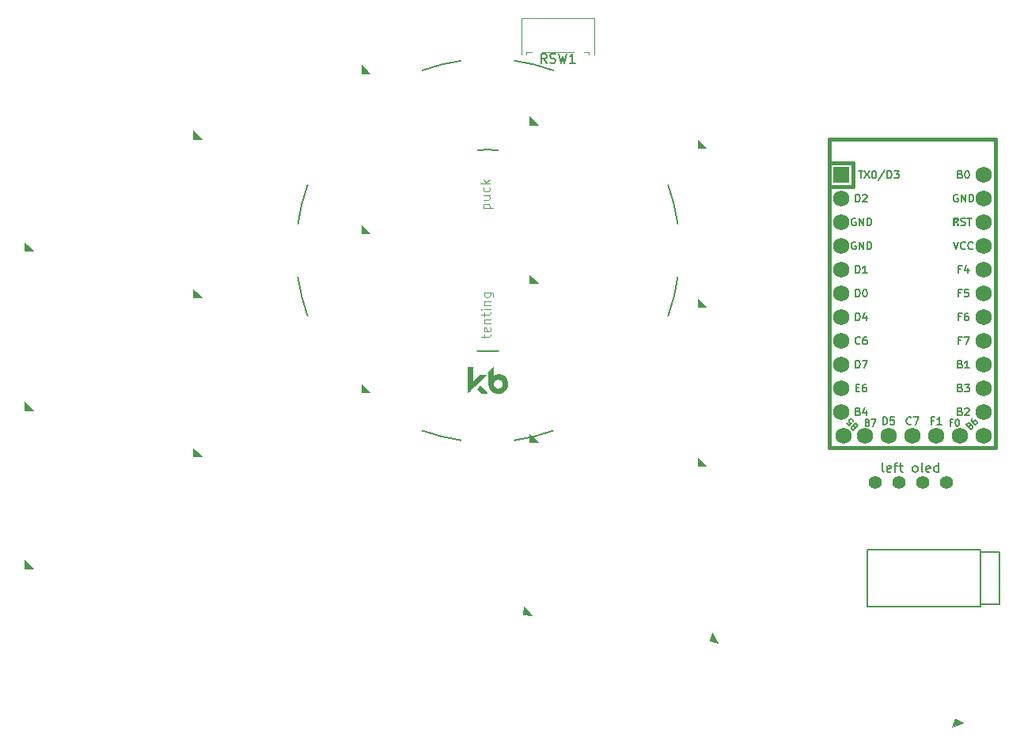
<source format=gbr>
%TF.GenerationSoftware,KiCad,Pcbnew,(6.0.0)*%
%TF.CreationDate,2022-06-16T08:24:19-07:00*%
%TF.ProjectId,half-swept,68616c66-2d73-4776-9570-742e6b696361,rev?*%
%TF.SameCoordinates,Original*%
%TF.FileFunction,Legend,Top*%
%TF.FilePolarity,Positive*%
%FSLAX46Y46*%
G04 Gerber Fmt 4.6, Leading zero omitted, Abs format (unit mm)*
G04 Created by KiCad (PCBNEW (6.0.0)) date 2022-06-16 08:24:19*
%MOMM*%
%LPD*%
G01*
G04 APERTURE LIST*
%ADD10C,0.150000*%
%ADD11C,0.100000*%
%ADD12C,0.120000*%
%ADD13C,0.010000*%
%ADD14C,0.200000*%
%ADD15C,0.381000*%
%ADD16C,1.752600*%
%ADD17R,1.752600X1.752600*%
%ADD18C,1.397000*%
G04 APERTURE END LIST*
D10*
%TO.C,RSW1*%
X73974447Y-17808063D02*
X73641113Y-17331873D01*
X73403018Y-17808063D02*
X73403018Y-16808063D01*
X73783971Y-16808063D01*
X73879209Y-16855683D01*
X73926828Y-16903302D01*
X73974447Y-16998540D01*
X73974447Y-17141397D01*
X73926828Y-17236635D01*
X73879209Y-17284254D01*
X73783971Y-17331873D01*
X73403018Y-17331873D01*
X74355399Y-17760444D02*
X74498256Y-17808063D01*
X74736352Y-17808063D01*
X74831590Y-17760444D01*
X74879209Y-17712825D01*
X74926828Y-17617587D01*
X74926828Y-17522349D01*
X74879209Y-17427111D01*
X74831590Y-17379492D01*
X74736352Y-17331873D01*
X74545875Y-17284254D01*
X74450637Y-17236635D01*
X74403018Y-17189016D01*
X74355399Y-17093778D01*
X74355399Y-16998540D01*
X74403018Y-16903302D01*
X74450637Y-16855683D01*
X74545875Y-16808063D01*
X74783971Y-16808063D01*
X74926828Y-16855683D01*
X75260161Y-16808063D02*
X75498256Y-17808063D01*
X75688733Y-17093778D01*
X75879209Y-17808063D01*
X76117304Y-16808063D01*
X77022066Y-17808063D02*
X76450637Y-17808063D01*
X76736352Y-17808063D02*
X76736352Y-16808063D01*
X76641113Y-16950921D01*
X76545875Y-17046159D01*
X76450637Y-17093778D01*
D11*
%TO.C,REF\u002A\u002A*%
X67228699Y-33345339D02*
X68228699Y-33345339D01*
X67276318Y-33345339D02*
X67228699Y-33250100D01*
X67228699Y-33059624D01*
X67276318Y-32964386D01*
X67323937Y-32916767D01*
X67419175Y-32869148D01*
X67704889Y-32869148D01*
X67800127Y-32916767D01*
X67847746Y-32964386D01*
X67895365Y-33059624D01*
X67895365Y-33250100D01*
X67847746Y-33345339D01*
X67228699Y-32012005D02*
X67895365Y-32012005D01*
X67228699Y-32440577D02*
X67752508Y-32440577D01*
X67847746Y-32392958D01*
X67895365Y-32297719D01*
X67895365Y-32154862D01*
X67847746Y-32059624D01*
X67800127Y-32012005D01*
X67847746Y-31107243D02*
X67895365Y-31202481D01*
X67895365Y-31392958D01*
X67847746Y-31488196D01*
X67800127Y-31535815D01*
X67704889Y-31583434D01*
X67419175Y-31583434D01*
X67323937Y-31535815D01*
X67276318Y-31488196D01*
X67228699Y-31392958D01*
X67228699Y-31202481D01*
X67276318Y-31107243D01*
X67895365Y-30678672D02*
X66895365Y-30678672D01*
X67514413Y-30583434D02*
X67895365Y-30297719D01*
X67228699Y-30297719D02*
X67609651Y-30678672D01*
X67292199Y-47235839D02*
X67292199Y-46854886D01*
X66958865Y-47092981D02*
X67816008Y-47092981D01*
X67911246Y-47045362D01*
X67958865Y-46950124D01*
X67958865Y-46854886D01*
X67911246Y-46140600D02*
X67958865Y-46235839D01*
X67958865Y-46426315D01*
X67911246Y-46521553D01*
X67816008Y-46569172D01*
X67435056Y-46569172D01*
X67339818Y-46521553D01*
X67292199Y-46426315D01*
X67292199Y-46235839D01*
X67339818Y-46140600D01*
X67435056Y-46092981D01*
X67530294Y-46092981D01*
X67625532Y-46569172D01*
X67292199Y-45664410D02*
X67958865Y-45664410D01*
X67387437Y-45664410D02*
X67339818Y-45616791D01*
X67292199Y-45521553D01*
X67292199Y-45378696D01*
X67339818Y-45283458D01*
X67435056Y-45235839D01*
X67958865Y-45235839D01*
X67292199Y-44902505D02*
X67292199Y-44521553D01*
X66958865Y-44759648D02*
X67816008Y-44759648D01*
X67911246Y-44712029D01*
X67958865Y-44616791D01*
X67958865Y-44521553D01*
X67958865Y-44188219D02*
X67292199Y-44188219D01*
X66958865Y-44188219D02*
X67006485Y-44235839D01*
X67054104Y-44188219D01*
X67006485Y-44140600D01*
X66958865Y-44188219D01*
X67054104Y-44188219D01*
X67292199Y-43712029D02*
X67958865Y-43712029D01*
X67387437Y-43712029D02*
X67339818Y-43664410D01*
X67292199Y-43569172D01*
X67292199Y-43426315D01*
X67339818Y-43331077D01*
X67435056Y-43283458D01*
X67958865Y-43283458D01*
X67292199Y-42378696D02*
X68101723Y-42378696D01*
X68196961Y-42426315D01*
X68244580Y-42473934D01*
X68292199Y-42569172D01*
X68292199Y-42712029D01*
X68244580Y-42807267D01*
X67911246Y-42378696D02*
X67958865Y-42473934D01*
X67958865Y-42664410D01*
X67911246Y-42759648D01*
X67863627Y-42807267D01*
X67768389Y-42854886D01*
X67482675Y-42854886D01*
X67387437Y-42807267D01*
X67339818Y-42759648D01*
X67292199Y-42664410D01*
X67292199Y-42473934D01*
X67339818Y-42378696D01*
D10*
%TO.C,U2*%
X117965209Y-31919933D02*
X117889018Y-31881837D01*
X117774733Y-31881837D01*
X117660447Y-31919933D01*
X117584256Y-31996123D01*
X117546161Y-32072313D01*
X117508066Y-32224694D01*
X117508066Y-32338980D01*
X117546161Y-32491361D01*
X117584256Y-32567552D01*
X117660447Y-32643742D01*
X117774733Y-32681837D01*
X117850923Y-32681837D01*
X117965209Y-32643742D01*
X118003304Y-32605647D01*
X118003304Y-32338980D01*
X117850923Y-32338980D01*
X118346161Y-32681837D02*
X118346161Y-31881837D01*
X118803304Y-32681837D01*
X118803304Y-31881837D01*
X119184256Y-32681837D02*
X119184256Y-31881837D01*
X119374733Y-31881837D01*
X119489018Y-31919933D01*
X119565209Y-31996123D01*
X119603304Y-32072313D01*
X119641399Y-32224694D01*
X119641399Y-32338980D01*
X119603304Y-32491361D01*
X119565209Y-32567552D01*
X119489018Y-32643742D01*
X119374733Y-32681837D01*
X119184256Y-32681837D01*
X118308066Y-44962790D02*
X118041399Y-44962790D01*
X118041399Y-45381837D02*
X118041399Y-44581837D01*
X118422352Y-44581837D01*
X119069971Y-44581837D02*
X118917590Y-44581837D01*
X118841399Y-44619933D01*
X118803304Y-44658028D01*
X118727113Y-44772313D01*
X118689018Y-44924694D01*
X118689018Y-45229456D01*
X118727113Y-45305647D01*
X118765209Y-45343742D01*
X118841399Y-45381837D01*
X118993780Y-45381837D01*
X119069971Y-45343742D01*
X119108066Y-45305647D01*
X119146161Y-45229456D01*
X119146161Y-45038980D01*
X119108066Y-44962790D01*
X119069971Y-44924694D01*
X118993780Y-44886599D01*
X118841399Y-44886599D01*
X118765209Y-44924694D01*
X118727113Y-44962790D01*
X118689018Y-45038980D01*
X118250923Y-50042790D02*
X118365209Y-50080885D01*
X118403304Y-50118980D01*
X118441399Y-50195171D01*
X118441399Y-50309456D01*
X118403304Y-50385647D01*
X118365209Y-50423742D01*
X118289018Y-50461837D01*
X117984256Y-50461837D01*
X117984256Y-49661837D01*
X118250923Y-49661837D01*
X118327113Y-49699933D01*
X118365209Y-49738028D01*
X118403304Y-49814218D01*
X118403304Y-49890409D01*
X118365209Y-49966599D01*
X118327113Y-50004694D01*
X118250923Y-50042790D01*
X117984256Y-50042790D01*
X119203304Y-50461837D02*
X118746161Y-50461837D01*
X118974733Y-50461837D02*
X118974733Y-49661837D01*
X118898542Y-49776123D01*
X118822352Y-49852313D01*
X118746161Y-49890409D01*
X117508066Y-36961837D02*
X117774733Y-37761837D01*
X118041399Y-36961837D01*
X118765209Y-37685647D02*
X118727113Y-37723742D01*
X118612828Y-37761837D01*
X118536637Y-37761837D01*
X118422352Y-37723742D01*
X118346161Y-37647552D01*
X118308066Y-37571361D01*
X118269971Y-37418980D01*
X118269971Y-37304694D01*
X118308066Y-37152313D01*
X118346161Y-37076123D01*
X118422352Y-36999933D01*
X118536637Y-36961837D01*
X118612828Y-36961837D01*
X118727113Y-36999933D01*
X118765209Y-37038028D01*
X119565209Y-37685647D02*
X119527113Y-37723742D01*
X119412828Y-37761837D01*
X119336637Y-37761837D01*
X119222352Y-37723742D01*
X119146161Y-37647552D01*
X119108066Y-37571361D01*
X119069971Y-37418980D01*
X119069971Y-37304694D01*
X119108066Y-37152313D01*
X119146161Y-37076123D01*
X119222352Y-36999933D01*
X119336637Y-36961837D01*
X119412828Y-36961837D01*
X119527113Y-36999933D01*
X119565209Y-37038028D01*
X107328923Y-55122790D02*
X107443209Y-55160885D01*
X107481304Y-55198980D01*
X107519399Y-55275171D01*
X107519399Y-55389456D01*
X107481304Y-55465647D01*
X107443209Y-55503742D01*
X107367018Y-55541837D01*
X107062256Y-55541837D01*
X107062256Y-54741837D01*
X107328923Y-54741837D01*
X107405113Y-54779933D01*
X107443209Y-54818028D01*
X107481304Y-54894218D01*
X107481304Y-54970409D01*
X107443209Y-55046599D01*
X107405113Y-55084694D01*
X107328923Y-55122790D01*
X107062256Y-55122790D01*
X108205113Y-55008504D02*
X108205113Y-55541837D01*
X108014637Y-54703742D02*
X107824161Y-55275171D01*
X108319399Y-55275171D01*
X118308066Y-47502790D02*
X118041399Y-47502790D01*
X118041399Y-47921837D02*
X118041399Y-47121837D01*
X118422352Y-47121837D01*
X118650923Y-47121837D02*
X119184256Y-47121837D01*
X118841399Y-47921837D01*
X118250923Y-29722790D02*
X118365209Y-29760885D01*
X118403304Y-29798980D01*
X118441399Y-29875171D01*
X118441399Y-29989456D01*
X118403304Y-30065647D01*
X118365209Y-30103742D01*
X118289018Y-30141837D01*
X117984256Y-30141837D01*
X117984256Y-29341837D01*
X118250923Y-29341837D01*
X118327113Y-29379933D01*
X118365209Y-29418028D01*
X118403304Y-29494218D01*
X118403304Y-29570409D01*
X118365209Y-29646599D01*
X118327113Y-29684694D01*
X118250923Y-29722790D01*
X117984256Y-29722790D01*
X118936637Y-29341837D02*
X119012828Y-29341837D01*
X119089018Y-29379933D01*
X119127113Y-29418028D01*
X119165209Y-29494218D01*
X119203304Y-29646599D01*
X119203304Y-29837075D01*
X119165209Y-29989456D01*
X119127113Y-30065647D01*
X119089018Y-30103742D01*
X119012828Y-30141837D01*
X118936637Y-30141837D01*
X118860447Y-30103742D01*
X118822352Y-30065647D01*
X118784256Y-29989456D01*
X118746161Y-29837075D01*
X118746161Y-29646599D01*
X118784256Y-29494218D01*
X118822352Y-29418028D01*
X118860447Y-29379933D01*
X118936637Y-29341837D01*
X107062256Y-32681837D02*
X107062256Y-31881837D01*
X107252733Y-31881837D01*
X107367018Y-31919933D01*
X107443209Y-31996123D01*
X107481304Y-32072313D01*
X107519399Y-32224694D01*
X107519399Y-32338980D01*
X107481304Y-32491361D01*
X107443209Y-32567552D01*
X107367018Y-32643742D01*
X107252733Y-32681837D01*
X107062256Y-32681837D01*
X107824161Y-31958028D02*
X107862256Y-31919933D01*
X107938447Y-31881837D01*
X108128923Y-31881837D01*
X108205113Y-31919933D01*
X108243209Y-31958028D01*
X108281304Y-32034218D01*
X108281304Y-32110409D01*
X108243209Y-32224694D01*
X107786066Y-32681837D01*
X108281304Y-32681837D01*
X107062256Y-40301837D02*
X107062256Y-39501837D01*
X107252733Y-39501837D01*
X107367018Y-39539933D01*
X107443209Y-39616123D01*
X107481304Y-39692313D01*
X107519399Y-39844694D01*
X107519399Y-39958980D01*
X107481304Y-40111361D01*
X107443209Y-40187552D01*
X107367018Y-40263742D01*
X107252733Y-40301837D01*
X107062256Y-40301837D01*
X108281304Y-40301837D02*
X107824161Y-40301837D01*
X108052733Y-40301837D02*
X108052733Y-39501837D01*
X107976542Y-39616123D01*
X107900352Y-39692313D01*
X107824161Y-39730409D01*
X107351384Y-29341837D02*
X107808527Y-29341837D01*
X107579956Y-30141837D02*
X107579956Y-29341837D01*
X107999003Y-29341837D02*
X108532337Y-30141837D01*
X108532337Y-29341837D02*
X107999003Y-30141837D01*
X108989480Y-29341837D02*
X109065670Y-29341837D01*
X109141861Y-29379933D01*
X109179956Y-29418028D01*
X109218051Y-29494218D01*
X109256146Y-29646599D01*
X109256146Y-29837075D01*
X109218051Y-29989456D01*
X109179956Y-30065647D01*
X109141861Y-30103742D01*
X109065670Y-30141837D01*
X108989480Y-30141837D01*
X108913289Y-30103742D01*
X108875194Y-30065647D01*
X108837099Y-29989456D01*
X108799003Y-29837075D01*
X108799003Y-29646599D01*
X108837099Y-29494218D01*
X108875194Y-29418028D01*
X108913289Y-29379933D01*
X108989480Y-29341837D01*
X110170432Y-29303742D02*
X109484718Y-30332313D01*
X110437099Y-30141837D02*
X110437099Y-29341837D01*
X110627575Y-29341837D01*
X110741861Y-29379933D01*
X110818051Y-29456123D01*
X110856146Y-29532313D01*
X110894241Y-29684694D01*
X110894241Y-29798980D01*
X110856146Y-29951361D01*
X110818051Y-30027552D01*
X110741861Y-30103742D01*
X110627575Y-30141837D01*
X110437099Y-30141837D01*
X111160908Y-29341837D02*
X111656146Y-29341837D01*
X111389480Y-29646599D01*
X111503765Y-29646599D01*
X111579956Y-29684694D01*
X111618051Y-29722790D01*
X111656146Y-29798980D01*
X111656146Y-29989456D01*
X111618051Y-30065647D01*
X111579956Y-30103742D01*
X111503765Y-30141837D01*
X111275194Y-30141837D01*
X111199003Y-30103742D01*
X111160908Y-30065647D01*
X118308066Y-42422790D02*
X118041399Y-42422790D01*
X118041399Y-42841837D02*
X118041399Y-42041837D01*
X118422352Y-42041837D01*
X119108066Y-42041837D02*
X118727113Y-42041837D01*
X118689018Y-42422790D01*
X118727113Y-42384694D01*
X118803304Y-42346599D01*
X118993780Y-42346599D01*
X119069971Y-42384694D01*
X119108066Y-42422790D01*
X119146161Y-42498980D01*
X119146161Y-42689456D01*
X119108066Y-42765647D01*
X119069971Y-42803742D01*
X118993780Y-42841837D01*
X118803304Y-42841837D01*
X118727113Y-42803742D01*
X118689018Y-42765647D01*
X119278030Y-56614924D02*
X119372311Y-56567784D01*
X119419452Y-56567784D01*
X119490162Y-56591354D01*
X119560873Y-56662065D01*
X119584443Y-56732775D01*
X119584443Y-56779916D01*
X119560873Y-56850626D01*
X119372311Y-57039188D01*
X118877336Y-56544213D01*
X119042328Y-56379222D01*
X119113039Y-56355652D01*
X119160179Y-56355652D01*
X119230890Y-56379222D01*
X119278030Y-56426362D01*
X119301600Y-56497073D01*
X119301600Y-56544213D01*
X119278030Y-56614924D01*
X119113039Y-56779916D01*
X119584443Y-55837107D02*
X119490162Y-55931388D01*
X119466592Y-56002098D01*
X119466592Y-56049239D01*
X119490162Y-56167090D01*
X119560873Y-56284941D01*
X119749435Y-56473503D01*
X119820145Y-56497073D01*
X119867286Y-56497073D01*
X119937997Y-56473503D01*
X120032277Y-56379222D01*
X120055848Y-56308511D01*
X120055848Y-56261371D01*
X120032277Y-56190660D01*
X119914426Y-56072809D01*
X119843716Y-56049239D01*
X119796575Y-56049239D01*
X119725865Y-56072809D01*
X119631584Y-56167090D01*
X119608013Y-56237800D01*
X119608013Y-56284941D01*
X119631584Y-56355652D01*
X112980399Y-56435647D02*
X112942304Y-56473742D01*
X112828018Y-56511837D01*
X112751828Y-56511837D01*
X112637542Y-56473742D01*
X112561352Y-56397552D01*
X112523256Y-56321361D01*
X112485161Y-56168980D01*
X112485161Y-56054694D01*
X112523256Y-55902313D01*
X112561352Y-55826123D01*
X112637542Y-55749933D01*
X112751828Y-55711837D01*
X112828018Y-55711837D01*
X112942304Y-55749933D01*
X112980399Y-55788028D01*
X113247066Y-55711837D02*
X113780399Y-55711837D01*
X113437542Y-56511837D01*
X118313519Y-35153742D02*
X118427805Y-35191837D01*
X118618281Y-35191837D01*
X118694472Y-35153742D01*
X118732567Y-35115647D01*
X118770662Y-35039456D01*
X118770662Y-34963266D01*
X118732567Y-34887075D01*
X118694472Y-34848980D01*
X118618281Y-34810885D01*
X118465900Y-34772790D01*
X118389710Y-34734694D01*
X118351614Y-34696599D01*
X118313519Y-34620409D01*
X118313519Y-34544218D01*
X118351614Y-34468028D01*
X118389710Y-34429933D01*
X118465900Y-34391837D01*
X118656376Y-34391837D01*
X118770662Y-34429933D01*
X118999233Y-34391837D02*
X119456376Y-34391837D01*
X119227805Y-35191837D02*
X119227805Y-34391837D01*
X107043209Y-36999933D02*
X106967018Y-36961837D01*
X106852733Y-36961837D01*
X106738447Y-36999933D01*
X106662256Y-37076123D01*
X106624161Y-37152313D01*
X106586066Y-37304694D01*
X106586066Y-37418980D01*
X106624161Y-37571361D01*
X106662256Y-37647552D01*
X106738447Y-37723742D01*
X106852733Y-37761837D01*
X106928923Y-37761837D01*
X107043209Y-37723742D01*
X107081304Y-37685647D01*
X107081304Y-37418980D01*
X106928923Y-37418980D01*
X107424161Y-37761837D02*
X107424161Y-36961837D01*
X107881304Y-37761837D01*
X107881304Y-36961837D01*
X108262256Y-37761837D02*
X108262256Y-36961837D01*
X108452733Y-36961837D01*
X108567018Y-36999933D01*
X108643209Y-37076123D01*
X108681304Y-37152313D01*
X108719399Y-37304694D01*
X108719399Y-37418980D01*
X108681304Y-37571361D01*
X108643209Y-37647552D01*
X108567018Y-37723742D01*
X108452733Y-37761837D01*
X108262256Y-37761837D01*
X106878724Y-56685635D02*
X106831584Y-56591354D01*
X106831584Y-56544213D01*
X106855154Y-56473503D01*
X106925865Y-56402792D01*
X106996575Y-56379222D01*
X107043716Y-56379222D01*
X107114426Y-56402792D01*
X107302988Y-56591354D01*
X106808013Y-57086329D01*
X106643022Y-56921337D01*
X106619452Y-56850626D01*
X106619452Y-56803486D01*
X106643022Y-56732775D01*
X106690162Y-56685635D01*
X106760873Y-56662065D01*
X106808013Y-56662065D01*
X106878724Y-56685635D01*
X107043716Y-56850626D01*
X106077336Y-56355652D02*
X106313039Y-56591354D01*
X106572311Y-56379222D01*
X106525171Y-56379222D01*
X106454460Y-56355652D01*
X106336609Y-56237800D01*
X106313039Y-56167090D01*
X106313039Y-56119949D01*
X106336609Y-56049239D01*
X106454460Y-55931388D01*
X106525171Y-55907817D01*
X106572311Y-55907817D01*
X106643022Y-55931388D01*
X106760873Y-56049239D01*
X106784443Y-56119949D01*
X106784443Y-56167090D01*
X109983256Y-56511837D02*
X109983256Y-55711837D01*
X110173733Y-55711837D01*
X110288018Y-55749933D01*
X110364209Y-55826123D01*
X110402304Y-55902313D01*
X110440399Y-56054694D01*
X110440399Y-56168980D01*
X110402304Y-56321361D01*
X110364209Y-56397552D01*
X110288018Y-56473742D01*
X110173733Y-56511837D01*
X109983256Y-56511837D01*
X111164209Y-55711837D02*
X110783256Y-55711837D01*
X110745161Y-56092790D01*
X110783256Y-56054694D01*
X110859447Y-56016599D01*
X111049923Y-56016599D01*
X111126113Y-56054694D01*
X111164209Y-56092790D01*
X111202304Y-56168980D01*
X111202304Y-56359456D01*
X111164209Y-56435647D01*
X111126113Y-56473742D01*
X111049923Y-56511837D01*
X110859447Y-56511837D01*
X110783256Y-56473742D01*
X110745161Y-56435647D01*
X107062256Y-42841837D02*
X107062256Y-42041837D01*
X107252733Y-42041837D01*
X107367018Y-42079933D01*
X107443209Y-42156123D01*
X107481304Y-42232313D01*
X107519399Y-42384694D01*
X107519399Y-42498980D01*
X107481304Y-42651361D01*
X107443209Y-42727552D01*
X107367018Y-42803742D01*
X107252733Y-42841837D01*
X107062256Y-42841837D01*
X108014637Y-42041837D02*
X108090828Y-42041837D01*
X108167018Y-42079933D01*
X108205113Y-42118028D01*
X108243209Y-42194218D01*
X108281304Y-42346599D01*
X108281304Y-42537075D01*
X108243209Y-42689456D01*
X108205113Y-42765647D01*
X108167018Y-42803742D01*
X108090828Y-42841837D01*
X108014637Y-42841837D01*
X107938447Y-42803742D01*
X107900352Y-42765647D01*
X107862256Y-42689456D01*
X107824161Y-42537075D01*
X107824161Y-42346599D01*
X107862256Y-42194218D01*
X107900352Y-42118028D01*
X107938447Y-42079933D01*
X108014637Y-42041837D01*
X118250923Y-52582790D02*
X118365209Y-52620885D01*
X118403304Y-52658980D01*
X118441399Y-52735171D01*
X118441399Y-52849456D01*
X118403304Y-52925647D01*
X118365209Y-52963742D01*
X118289018Y-53001837D01*
X117984256Y-53001837D01*
X117984256Y-52201837D01*
X118250923Y-52201837D01*
X118327113Y-52239933D01*
X118365209Y-52278028D01*
X118403304Y-52354218D01*
X118403304Y-52430409D01*
X118365209Y-52506599D01*
X118327113Y-52544694D01*
X118250923Y-52582790D01*
X117984256Y-52582790D01*
X118708066Y-52201837D02*
X119203304Y-52201837D01*
X118936637Y-52506599D01*
X119050923Y-52506599D01*
X119127113Y-52544694D01*
X119165209Y-52582790D01*
X119203304Y-52658980D01*
X119203304Y-52849456D01*
X119165209Y-52925647D01*
X119127113Y-52963742D01*
X119050923Y-53001837D01*
X118822352Y-53001837D01*
X118746161Y-52963742D01*
X118708066Y-52925647D01*
X115387066Y-56092790D02*
X115120399Y-56092790D01*
X115120399Y-56511837D02*
X115120399Y-55711837D01*
X115501352Y-55711837D01*
X116225161Y-56511837D02*
X115768018Y-56511837D01*
X115996590Y-56511837D02*
X115996590Y-55711837D01*
X115920399Y-55826123D01*
X115844209Y-55902313D01*
X115768018Y-55940409D01*
X118250923Y-55122790D02*
X118365209Y-55160885D01*
X118403304Y-55198980D01*
X118441399Y-55275171D01*
X118441399Y-55389456D01*
X118403304Y-55465647D01*
X118365209Y-55503742D01*
X118289018Y-55541837D01*
X117984256Y-55541837D01*
X117984256Y-54741837D01*
X118250923Y-54741837D01*
X118327113Y-54779933D01*
X118365209Y-54818028D01*
X118403304Y-54894218D01*
X118403304Y-54970409D01*
X118365209Y-55046599D01*
X118327113Y-55084694D01*
X118250923Y-55122790D01*
X117984256Y-55122790D01*
X118746161Y-54818028D02*
X118784256Y-54779933D01*
X118860447Y-54741837D01*
X119050923Y-54741837D01*
X119127113Y-54779933D01*
X119165209Y-54818028D01*
X119203304Y-54894218D01*
X119203304Y-54970409D01*
X119165209Y-55084694D01*
X118708066Y-55541837D01*
X119203304Y-55541837D01*
X108330399Y-56299933D02*
X108430399Y-56333266D01*
X108463733Y-56366599D01*
X108497066Y-56433266D01*
X108497066Y-56533266D01*
X108463733Y-56599933D01*
X108430399Y-56633266D01*
X108363733Y-56666599D01*
X108097066Y-56666599D01*
X108097066Y-55966599D01*
X108330399Y-55966599D01*
X108397066Y-55999933D01*
X108430399Y-56033266D01*
X108463733Y-56099933D01*
X108463733Y-56166599D01*
X108430399Y-56233266D01*
X108397066Y-56266599D01*
X108330399Y-56299933D01*
X108097066Y-56299933D01*
X108730399Y-55966599D02*
X109197066Y-55966599D01*
X108897066Y-56666599D01*
X107043209Y-34459933D02*
X106967018Y-34421837D01*
X106852733Y-34421837D01*
X106738447Y-34459933D01*
X106662256Y-34536123D01*
X106624161Y-34612313D01*
X106586066Y-34764694D01*
X106586066Y-34878980D01*
X106624161Y-35031361D01*
X106662256Y-35107552D01*
X106738447Y-35183742D01*
X106852733Y-35221837D01*
X106928923Y-35221837D01*
X107043209Y-35183742D01*
X107081304Y-35145647D01*
X107081304Y-34878980D01*
X106928923Y-34878980D01*
X107424161Y-35221837D02*
X107424161Y-34421837D01*
X107881304Y-35221837D01*
X107881304Y-34421837D01*
X108262256Y-35221837D02*
X108262256Y-34421837D01*
X108452733Y-34421837D01*
X108567018Y-34459933D01*
X108643209Y-34536123D01*
X108681304Y-34612313D01*
X108719399Y-34764694D01*
X108719399Y-34878980D01*
X108681304Y-35031361D01*
X108643209Y-35107552D01*
X108567018Y-35183742D01*
X108452733Y-35221837D01*
X108262256Y-35221837D01*
X118308066Y-39882790D02*
X118041399Y-39882790D01*
X118041399Y-40301837D02*
X118041399Y-39501837D01*
X118422352Y-39501837D01*
X119069971Y-39768504D02*
X119069971Y-40301837D01*
X118879494Y-39463742D02*
X118689018Y-40035171D01*
X119184256Y-40035171D01*
X107519399Y-47845647D02*
X107481304Y-47883742D01*
X107367018Y-47921837D01*
X107290828Y-47921837D01*
X107176542Y-47883742D01*
X107100352Y-47807552D01*
X107062256Y-47731361D01*
X107024161Y-47578980D01*
X107024161Y-47464694D01*
X107062256Y-47312313D01*
X107100352Y-47236123D01*
X107176542Y-47159933D01*
X107290828Y-47121837D01*
X107367018Y-47121837D01*
X107481304Y-47159933D01*
X107519399Y-47198028D01*
X108205113Y-47121837D02*
X108052733Y-47121837D01*
X107976542Y-47159933D01*
X107938447Y-47198028D01*
X107862256Y-47312313D01*
X107824161Y-47464694D01*
X107824161Y-47769456D01*
X107862256Y-47845647D01*
X107900352Y-47883742D01*
X107976542Y-47921837D01*
X108128923Y-47921837D01*
X108205113Y-47883742D01*
X108243209Y-47845647D01*
X108281304Y-47769456D01*
X108281304Y-47578980D01*
X108243209Y-47502790D01*
X108205113Y-47464694D01*
X108128923Y-47426599D01*
X107976542Y-47426599D01*
X107900352Y-47464694D01*
X107862256Y-47502790D01*
X107824161Y-47578980D01*
X107062256Y-50461837D02*
X107062256Y-49661837D01*
X107252733Y-49661837D01*
X107367018Y-49699933D01*
X107443209Y-49776123D01*
X107481304Y-49852313D01*
X107519399Y-50004694D01*
X107519399Y-50118980D01*
X107481304Y-50271361D01*
X107443209Y-50347552D01*
X107367018Y-50423742D01*
X107252733Y-50461837D01*
X107062256Y-50461837D01*
X107786066Y-49661837D02*
X108319399Y-49661837D01*
X107976542Y-50461837D01*
X107062256Y-45381837D02*
X107062256Y-44581837D01*
X107252733Y-44581837D01*
X107367018Y-44619933D01*
X107443209Y-44696123D01*
X107481304Y-44772313D01*
X107519399Y-44924694D01*
X107519399Y-45038980D01*
X107481304Y-45191361D01*
X107443209Y-45267552D01*
X107367018Y-45343742D01*
X107252733Y-45381837D01*
X107062256Y-45381837D01*
X108205113Y-44848504D02*
X108205113Y-45381837D01*
X108014637Y-44543742D02*
X107824161Y-45115171D01*
X108319399Y-45115171D01*
X117380399Y-56299933D02*
X117147066Y-56299933D01*
X117147066Y-56666599D02*
X117147066Y-55966599D01*
X117480399Y-55966599D01*
X117880399Y-55966599D02*
X117947066Y-55966599D01*
X118013733Y-55999933D01*
X118047066Y-56033266D01*
X118080399Y-56099933D01*
X118113733Y-56233266D01*
X118113733Y-56399933D01*
X118080399Y-56533266D01*
X118047066Y-56599933D01*
X118013733Y-56633266D01*
X117947066Y-56666599D01*
X117880399Y-56666599D01*
X117813733Y-56633266D01*
X117780399Y-56599933D01*
X117747066Y-56533266D01*
X117713733Y-56399933D01*
X117713733Y-56233266D01*
X117747066Y-56099933D01*
X117780399Y-56033266D01*
X117813733Y-55999933D01*
X117880399Y-55966599D01*
X107100352Y-52582790D02*
X107367018Y-52582790D01*
X107481304Y-53001837D02*
X107100352Y-53001837D01*
X107100352Y-52201837D01*
X107481304Y-52201837D01*
X108167018Y-52201837D02*
X108014637Y-52201837D01*
X107938447Y-52239933D01*
X107900352Y-52278028D01*
X107824161Y-52392313D01*
X107786066Y-52544694D01*
X107786066Y-52849456D01*
X107824161Y-52925647D01*
X107862256Y-52963742D01*
X107938447Y-53001837D01*
X108090828Y-53001837D01*
X108167018Y-52963742D01*
X108205113Y-52925647D01*
X108243209Y-52849456D01*
X108243209Y-52658980D01*
X108205113Y-52582790D01*
X108167018Y-52544694D01*
X108090828Y-52506599D01*
X107938447Y-52506599D01*
X107862256Y-52544694D01*
X107824161Y-52582790D01*
X107786066Y-52658980D01*
%TO.C,OL1*%
X110056589Y-61595563D02*
X109961351Y-61547944D01*
X109913732Y-61452706D01*
X109913732Y-60595563D01*
X110818493Y-61547944D02*
X110723255Y-61595563D01*
X110532779Y-61595563D01*
X110437541Y-61547944D01*
X110389922Y-61452706D01*
X110389922Y-61071754D01*
X110437541Y-60976516D01*
X110532779Y-60928897D01*
X110723255Y-60928897D01*
X110818493Y-60976516D01*
X110866112Y-61071754D01*
X110866112Y-61166992D01*
X110389922Y-61262230D01*
X111151827Y-60928897D02*
X111532779Y-60928897D01*
X111294684Y-61595563D02*
X111294684Y-60738421D01*
X111342303Y-60643183D01*
X111437541Y-60595563D01*
X111532779Y-60595563D01*
X111723255Y-60928897D02*
X112104208Y-60928897D01*
X111866112Y-60595563D02*
X111866112Y-61452706D01*
X111913732Y-61547944D01*
X112008970Y-61595563D01*
X112104208Y-61595563D01*
X113342303Y-61595563D02*
X113247065Y-61547944D01*
X113199446Y-61500325D01*
X113151827Y-61405087D01*
X113151827Y-61119373D01*
X113199446Y-61024135D01*
X113247065Y-60976516D01*
X113342303Y-60928897D01*
X113485160Y-60928897D01*
X113580398Y-60976516D01*
X113628017Y-61024135D01*
X113675636Y-61119373D01*
X113675636Y-61405087D01*
X113628017Y-61500325D01*
X113580398Y-61547944D01*
X113485160Y-61595563D01*
X113342303Y-61595563D01*
X114247065Y-61595563D02*
X114151827Y-61547944D01*
X114104208Y-61452706D01*
X114104208Y-60595563D01*
X115008970Y-61547944D02*
X114913732Y-61595563D01*
X114723255Y-61595563D01*
X114628017Y-61547944D01*
X114580398Y-61452706D01*
X114580398Y-61071754D01*
X114628017Y-60976516D01*
X114723255Y-60928897D01*
X114913732Y-60928897D01*
X115008970Y-60976516D01*
X115056589Y-61071754D01*
X115056589Y-61166992D01*
X114580398Y-61262230D01*
X115913732Y-61595563D02*
X115913732Y-60595563D01*
X115913732Y-61547944D02*
X115818493Y-61595563D01*
X115628017Y-61595563D01*
X115532779Y-61547944D01*
X115485160Y-61500325D01*
X115437541Y-61405087D01*
X115437541Y-61119373D01*
X115485160Y-61024135D01*
X115532779Y-60976516D01*
X115628017Y-60928897D01*
X115818493Y-60928897D01*
X115913732Y-60976516D01*
%TO.C,J2*%
X120431735Y-69933182D02*
X108331735Y-69933182D01*
X122431735Y-75783182D02*
X122431735Y-70183182D01*
X120431735Y-70183182D02*
X122431735Y-70183182D01*
X108331735Y-76033182D02*
X108331735Y-69933182D01*
X120431735Y-76033182D02*
X120431735Y-69933182D01*
X120431735Y-75783182D02*
X122431735Y-75783182D01*
X120431735Y-76033182D02*
X108331735Y-76033182D01*
D12*
%TO.C,RSW1*%
X71848733Y-16645683D02*
X72388733Y-16645683D01*
X71848733Y-16645683D02*
X71848733Y-16875683D01*
X78528733Y-16645683D02*
X78528733Y-16875683D01*
X73488733Y-16645683D02*
X76888733Y-16645683D01*
X77988733Y-16645683D02*
X78528733Y-16645683D01*
X71328733Y-12975683D02*
X71328733Y-16875683D01*
X71328733Y-12975683D02*
X79048733Y-12975683D01*
X79048733Y-12975683D02*
X79048733Y-16875683D01*
D13*
%TO.C,REF\u002A\u002A*%
X66070230Y-51959706D02*
X66873176Y-51157006D01*
X66873176Y-51157006D02*
X67161544Y-51160100D01*
X67161544Y-51160100D02*
X67449912Y-51163193D01*
X67449912Y-51163193D02*
X66602688Y-52023330D01*
X66602688Y-52023330D02*
X66484763Y-52143053D01*
X66484763Y-52143053D02*
X66369964Y-52259602D01*
X66369964Y-52259602D02*
X66259510Y-52371742D01*
X66259510Y-52371742D02*
X66154618Y-52478235D01*
X66154618Y-52478235D02*
X66056506Y-52577846D01*
X66056506Y-52577846D02*
X65966391Y-52669339D01*
X65966391Y-52669339D02*
X65885492Y-52751476D01*
X65885492Y-52751476D02*
X65815025Y-52823021D01*
X65815025Y-52823021D02*
X65756209Y-52882739D01*
X65756209Y-52882739D02*
X65710262Y-52929393D01*
X65710262Y-52929393D02*
X65678401Y-52961746D01*
X65678401Y-52961746D02*
X65664620Y-52975742D01*
X65664620Y-52975742D02*
X65573776Y-53068018D01*
X65573776Y-53068018D02*
X65573776Y-50326148D01*
X65573776Y-50326148D02*
X66070230Y-50326148D01*
X66070230Y-50326148D02*
X66070230Y-51959706D01*
X66070230Y-51959706D02*
X66070230Y-51959706D01*
G36*
X66070230Y-51959706D02*
G01*
X66873176Y-51157006D01*
X67161544Y-51160100D01*
X67449912Y-51163193D01*
X66602688Y-52023330D01*
X66484763Y-52143053D01*
X66369964Y-52259602D01*
X66259510Y-52371742D01*
X66154618Y-52478235D01*
X66056506Y-52577846D01*
X65966391Y-52669339D01*
X65885492Y-52751476D01*
X65815025Y-52823021D01*
X65756209Y-52882739D01*
X65710262Y-52929393D01*
X65678401Y-52961746D01*
X65664620Y-52975742D01*
X65573776Y-53068018D01*
X65573776Y-50326148D01*
X66070230Y-50326148D01*
X66070230Y-51959706D01*
G37*
X66070230Y-51959706D02*
X66873176Y-51157006D01*
X67161544Y-51160100D01*
X67449912Y-51163193D01*
X66602688Y-52023330D01*
X66484763Y-52143053D01*
X66369964Y-52259602D01*
X66259510Y-52371742D01*
X66154618Y-52478235D01*
X66056506Y-52577846D01*
X65966391Y-52669339D01*
X65885492Y-52751476D01*
X65815025Y-52823021D01*
X65756209Y-52882739D01*
X65710262Y-52929393D01*
X65678401Y-52961746D01*
X65664620Y-52975742D01*
X65573776Y-53068018D01*
X65573776Y-50326148D01*
X66070230Y-50326148D01*
X66070230Y-51959706D01*
X68275264Y-50825489D02*
X68275456Y-50929729D01*
X68275456Y-50929729D02*
X68275945Y-51026474D01*
X68275945Y-51026474D02*
X68276695Y-51113360D01*
X68276695Y-51113360D02*
X68277671Y-51188022D01*
X68277671Y-51188022D02*
X68278840Y-51248097D01*
X68278840Y-51248097D02*
X68280167Y-51291220D01*
X68280167Y-51291220D02*
X68281616Y-51315027D01*
X68281616Y-51315027D02*
X68282524Y-51319057D01*
X68282524Y-51319057D02*
X68294955Y-51312743D01*
X68294955Y-51312743D02*
X68319801Y-51296400D01*
X68319801Y-51296400D02*
X68343935Y-51279198D01*
X68343935Y-51279198D02*
X68458632Y-51208476D01*
X68458632Y-51208476D02*
X68580848Y-51159372D01*
X68580848Y-51159372D02*
X68711231Y-51131696D01*
X68711231Y-51131696D02*
X68850432Y-51125258D01*
X68850432Y-51125258D02*
X68868244Y-51125926D01*
X68868244Y-51125926D02*
X68957879Y-51132478D01*
X68957879Y-51132478D02*
X69034362Y-51144415D01*
X69034362Y-51144415D02*
X69106014Y-51163907D01*
X69106014Y-51163907D02*
X69181152Y-51193124D01*
X69181152Y-51193124D02*
X69251003Y-51225763D01*
X69251003Y-51225763D02*
X69378936Y-51301056D01*
X69378936Y-51301056D02*
X69491856Y-51393036D01*
X69491856Y-51393036D02*
X69588750Y-51500025D01*
X69588750Y-51500025D02*
X69668608Y-51620350D01*
X69668608Y-51620350D02*
X69730418Y-51752335D01*
X69730418Y-51752335D02*
X69773170Y-51894304D01*
X69773170Y-51894304D02*
X69795851Y-52044583D01*
X69795851Y-52044583D02*
X69799412Y-52134253D01*
X69799412Y-52134253D02*
X69789121Y-52286731D01*
X69789121Y-52286731D02*
X69757765Y-52431295D01*
X69757765Y-52431295D02*
X69704620Y-52570531D01*
X69704620Y-52570531D02*
X69647365Y-52677450D01*
X69647365Y-52677450D02*
X69561653Y-52797743D01*
X69561653Y-52797743D02*
X69460040Y-52902592D01*
X69460040Y-52902592D02*
X69344707Y-52990914D01*
X69344707Y-52990914D02*
X69217832Y-53061628D01*
X69217832Y-53061628D02*
X69081596Y-53113651D01*
X69081596Y-53113651D02*
X68938177Y-53145904D01*
X68938177Y-53145904D02*
X68789756Y-53157303D01*
X68789756Y-53157303D02*
X68689510Y-53152820D01*
X68689510Y-53152820D02*
X68544902Y-53127939D01*
X68544902Y-53127939D02*
X68404334Y-53081664D01*
X68404334Y-53081664D02*
X68271161Y-53015685D01*
X68271161Y-53015685D02*
X68148741Y-52931688D01*
X68148741Y-52931688D02*
X68040429Y-52831362D01*
X68040429Y-52831362D02*
X68032035Y-52822196D01*
X68032035Y-52822196D02*
X67950904Y-52718076D01*
X67950904Y-52718076D02*
X67881212Y-52599894D01*
X67881212Y-52599894D02*
X67826046Y-52474031D01*
X67826046Y-52474031D02*
X67788493Y-52346871D01*
X67788493Y-52346871D02*
X67779624Y-52300421D01*
X67779624Y-52300421D02*
X67777011Y-52272026D01*
X67777011Y-52272026D02*
X67774666Y-52221954D01*
X67774666Y-52221954D02*
X67773197Y-52171620D01*
X67773197Y-52171620D02*
X68269535Y-52171620D01*
X68269535Y-52171620D02*
X68280107Y-52269169D01*
X68280107Y-52269169D02*
X68310539Y-52363188D01*
X68310539Y-52363188D02*
X68339193Y-52417333D01*
X68339193Y-52417333D02*
X68406127Y-52505616D01*
X68406127Y-52505616D02*
X68485608Y-52576493D01*
X68485608Y-52576493D02*
X68575040Y-52628986D01*
X68575040Y-52628986D02*
X68671826Y-52662118D01*
X68671826Y-52662118D02*
X68773367Y-52674912D01*
X68773367Y-52674912D02*
X68877068Y-52666391D01*
X68877068Y-52666391D02*
X68949895Y-52647103D01*
X68949895Y-52647103D02*
X68992892Y-52631017D01*
X68992892Y-52631017D02*
X69033797Y-52613657D01*
X69033797Y-52613657D02*
X69049964Y-52605881D01*
X69049964Y-52605881D02*
X69095250Y-52574877D01*
X69095250Y-52574877D02*
X69144573Y-52528683D01*
X69144573Y-52528683D02*
X69192630Y-52473227D01*
X69192630Y-52473227D02*
X69234115Y-52414433D01*
X69234115Y-52414433D02*
X69255603Y-52376106D01*
X69255603Y-52376106D02*
X69275784Y-52331860D01*
X69275784Y-52331860D02*
X69288429Y-52293252D01*
X69288429Y-52293252D02*
X69295786Y-52250960D01*
X69295786Y-52250960D02*
X69300104Y-52195657D01*
X69300104Y-52195657D02*
X69300386Y-52190367D01*
X69300386Y-52190367D02*
X69297018Y-52083122D01*
X69297018Y-52083122D02*
X69274162Y-51985230D01*
X69274162Y-51985230D02*
X69230510Y-51891807D01*
X69230510Y-51891807D02*
X69212740Y-51863278D01*
X69212740Y-51863278D02*
X69148198Y-51785374D01*
X69148198Y-51785374D02*
X69069381Y-51723204D01*
X69069381Y-51723204D02*
X68979745Y-51677708D01*
X68979745Y-51677708D02*
X68882746Y-51649830D01*
X68882746Y-51649830D02*
X68781842Y-51640510D01*
X68781842Y-51640510D02*
X68680490Y-51650692D01*
X68680490Y-51650692D02*
X68582144Y-51681317D01*
X68582144Y-51681317D02*
X68568141Y-51687603D01*
X68568141Y-51687603D02*
X68480189Y-51740552D01*
X68480189Y-51740552D02*
X68406199Y-51808766D01*
X68406199Y-51808766D02*
X68347156Y-51889112D01*
X68347156Y-51889112D02*
X68304043Y-51978459D01*
X68304043Y-51978459D02*
X68277841Y-52073672D01*
X68277841Y-52073672D02*
X68269535Y-52171620D01*
X68269535Y-52171620D02*
X67773197Y-52171620D01*
X67773197Y-52171620D02*
X67772613Y-52151617D01*
X67772613Y-52151617D02*
X67770874Y-52062428D01*
X67770874Y-52062428D02*
X67769471Y-51955799D01*
X67769471Y-51955799D02*
X67768427Y-51833143D01*
X67768427Y-51833143D02*
X67767763Y-51695871D01*
X67767763Y-51695871D02*
X67767502Y-51545397D01*
X67767502Y-51545397D02*
X67767499Y-51533661D01*
X67767499Y-51533661D02*
X67767412Y-50841947D01*
X67767412Y-50841947D02*
X68275116Y-50331921D01*
X68275116Y-50331921D02*
X68275264Y-50825489D01*
X68275264Y-50825489D02*
X68275264Y-50825489D01*
G36*
X67770874Y-52062428D02*
G01*
X67769471Y-51955799D01*
X67768427Y-51833143D01*
X67767763Y-51695871D01*
X67767502Y-51545397D01*
X67767499Y-51533661D01*
X67767412Y-50841947D01*
X68275116Y-50331921D01*
X68275264Y-50825489D01*
X68275456Y-50929729D01*
X68275945Y-51026474D01*
X68276695Y-51113360D01*
X68277671Y-51188022D01*
X68278840Y-51248097D01*
X68280167Y-51291220D01*
X68281616Y-51315027D01*
X68282524Y-51319057D01*
X68294955Y-51312743D01*
X68319801Y-51296400D01*
X68343935Y-51279198D01*
X68458632Y-51208476D01*
X68580848Y-51159372D01*
X68711231Y-51131696D01*
X68850432Y-51125258D01*
X68868244Y-51125926D01*
X68957879Y-51132478D01*
X69034362Y-51144415D01*
X69106014Y-51163907D01*
X69181152Y-51193124D01*
X69251003Y-51225763D01*
X69378936Y-51301056D01*
X69491856Y-51393036D01*
X69588750Y-51500025D01*
X69668608Y-51620350D01*
X69730418Y-51752335D01*
X69773170Y-51894304D01*
X69795851Y-52044583D01*
X69799412Y-52134253D01*
X69789121Y-52286731D01*
X69757765Y-52431295D01*
X69704620Y-52570531D01*
X69647365Y-52677450D01*
X69561653Y-52797743D01*
X69460040Y-52902592D01*
X69344707Y-52990914D01*
X69217832Y-53061628D01*
X69081596Y-53113651D01*
X68938177Y-53145904D01*
X68789756Y-53157303D01*
X68689510Y-53152820D01*
X68544902Y-53127939D01*
X68404334Y-53081664D01*
X68271161Y-53015685D01*
X68148741Y-52931688D01*
X68040429Y-52831362D01*
X68032035Y-52822196D01*
X67950904Y-52718076D01*
X67881212Y-52599894D01*
X67826046Y-52474031D01*
X67788493Y-52346871D01*
X67779624Y-52300421D01*
X67777011Y-52272026D01*
X67774666Y-52221954D01*
X67773197Y-52171620D01*
X68269535Y-52171620D01*
X68280107Y-52269169D01*
X68310539Y-52363188D01*
X68339193Y-52417333D01*
X68406127Y-52505616D01*
X68485608Y-52576493D01*
X68575040Y-52628986D01*
X68671826Y-52662118D01*
X68773367Y-52674912D01*
X68877068Y-52666391D01*
X68949895Y-52647103D01*
X68992892Y-52631017D01*
X69033797Y-52613657D01*
X69049964Y-52605881D01*
X69095250Y-52574877D01*
X69144573Y-52528683D01*
X69192630Y-52473227D01*
X69234115Y-52414433D01*
X69255603Y-52376106D01*
X69275784Y-52331860D01*
X69288429Y-52293252D01*
X69295786Y-52250960D01*
X69300104Y-52195657D01*
X69300386Y-52190367D01*
X69297018Y-52083122D01*
X69274162Y-51985230D01*
X69230510Y-51891807D01*
X69212740Y-51863278D01*
X69148198Y-51785374D01*
X69069381Y-51723204D01*
X68979745Y-51677708D01*
X68882746Y-51649830D01*
X68781842Y-51640510D01*
X68680490Y-51650692D01*
X68582144Y-51681317D01*
X68568141Y-51687603D01*
X68480189Y-51740552D01*
X68406199Y-51808766D01*
X68347156Y-51889112D01*
X68304043Y-51978459D01*
X68277841Y-52073672D01*
X68269535Y-52171620D01*
X67773197Y-52171620D01*
X67772613Y-52151617D01*
X67770874Y-52062428D01*
G37*
X67770874Y-52062428D02*
X67769471Y-51955799D01*
X67768427Y-51833143D01*
X67767763Y-51695871D01*
X67767502Y-51545397D01*
X67767499Y-51533661D01*
X67767412Y-50841947D01*
X68275116Y-50331921D01*
X68275264Y-50825489D01*
X68275456Y-50929729D01*
X68275945Y-51026474D01*
X68276695Y-51113360D01*
X68277671Y-51188022D01*
X68278840Y-51248097D01*
X68280167Y-51291220D01*
X68281616Y-51315027D01*
X68282524Y-51319057D01*
X68294955Y-51312743D01*
X68319801Y-51296400D01*
X68343935Y-51279198D01*
X68458632Y-51208476D01*
X68580848Y-51159372D01*
X68711231Y-51131696D01*
X68850432Y-51125258D01*
X68868244Y-51125926D01*
X68957879Y-51132478D01*
X69034362Y-51144415D01*
X69106014Y-51163907D01*
X69181152Y-51193124D01*
X69251003Y-51225763D01*
X69378936Y-51301056D01*
X69491856Y-51393036D01*
X69588750Y-51500025D01*
X69668608Y-51620350D01*
X69730418Y-51752335D01*
X69773170Y-51894304D01*
X69795851Y-52044583D01*
X69799412Y-52134253D01*
X69789121Y-52286731D01*
X69757765Y-52431295D01*
X69704620Y-52570531D01*
X69647365Y-52677450D01*
X69561653Y-52797743D01*
X69460040Y-52902592D01*
X69344707Y-52990914D01*
X69217832Y-53061628D01*
X69081596Y-53113651D01*
X68938177Y-53145904D01*
X68789756Y-53157303D01*
X68689510Y-53152820D01*
X68544902Y-53127939D01*
X68404334Y-53081664D01*
X68271161Y-53015685D01*
X68148741Y-52931688D01*
X68040429Y-52831362D01*
X68032035Y-52822196D01*
X67950904Y-52718076D01*
X67881212Y-52599894D01*
X67826046Y-52474031D01*
X67788493Y-52346871D01*
X67779624Y-52300421D01*
X67777011Y-52272026D01*
X67774666Y-52221954D01*
X67773197Y-52171620D01*
X68269535Y-52171620D01*
X68280107Y-52269169D01*
X68310539Y-52363188D01*
X68339193Y-52417333D01*
X68406127Y-52505616D01*
X68485608Y-52576493D01*
X68575040Y-52628986D01*
X68671826Y-52662118D01*
X68773367Y-52674912D01*
X68877068Y-52666391D01*
X68949895Y-52647103D01*
X68992892Y-52631017D01*
X69033797Y-52613657D01*
X69049964Y-52605881D01*
X69095250Y-52574877D01*
X69144573Y-52528683D01*
X69192630Y-52473227D01*
X69234115Y-52414433D01*
X69255603Y-52376106D01*
X69275784Y-52331860D01*
X69288429Y-52293252D01*
X69295786Y-52250960D01*
X69300104Y-52195657D01*
X69300386Y-52190367D01*
X69297018Y-52083122D01*
X69274162Y-51985230D01*
X69230510Y-51891807D01*
X69212740Y-51863278D01*
X69148198Y-51785374D01*
X69069381Y-51723204D01*
X68979745Y-51677708D01*
X68882746Y-51649830D01*
X68781842Y-51640510D01*
X68680490Y-51650692D01*
X68582144Y-51681317D01*
X68568141Y-51687603D01*
X68480189Y-51740552D01*
X68406199Y-51808766D01*
X68347156Y-51889112D01*
X68304043Y-51978459D01*
X68277841Y-52073672D01*
X68269535Y-52171620D01*
X67773197Y-52171620D01*
X67772613Y-52151617D01*
X67770874Y-52062428D01*
X66877010Y-52366237D02*
X66899713Y-52389100D01*
X66899713Y-52389100D02*
X66934192Y-52424631D01*
X66934192Y-52424631D02*
X66978461Y-52470723D01*
X66978461Y-52470723D02*
X67030528Y-52525269D01*
X67030528Y-52525269D02*
X67088407Y-52586163D01*
X67088407Y-52586163D02*
X67150106Y-52651298D01*
X67150106Y-52651298D02*
X67213639Y-52718568D01*
X67213639Y-52718568D02*
X67277014Y-52785866D01*
X67277014Y-52785866D02*
X67338244Y-52851085D01*
X67338244Y-52851085D02*
X67395340Y-52912120D01*
X67395340Y-52912120D02*
X67446312Y-52966863D01*
X67446312Y-52966863D02*
X67489172Y-53013208D01*
X67489172Y-53013208D02*
X67521930Y-53049048D01*
X67521930Y-53049048D02*
X67542598Y-53072277D01*
X67542598Y-53072277D02*
X67544891Y-53074968D01*
X67544891Y-53074968D02*
X67573192Y-53108603D01*
X67573192Y-53108603D02*
X66953178Y-53108603D01*
X66953178Y-53108603D02*
X66779828Y-52932534D01*
X66779828Y-52932534D02*
X66726086Y-52877791D01*
X66726086Y-52877791D02*
X66675803Y-52826278D01*
X66675803Y-52826278D02*
X66631987Y-52781098D01*
X66631987Y-52781098D02*
X66597641Y-52745352D01*
X66597641Y-52745352D02*
X66575773Y-52722143D01*
X66575773Y-52722143D02*
X66572596Y-52718651D01*
X66572596Y-52718651D02*
X66538714Y-52680836D01*
X66538714Y-52680836D02*
X66699749Y-52519492D01*
X66699749Y-52519492D02*
X66749462Y-52470037D01*
X66749462Y-52470037D02*
X66793686Y-52426712D01*
X66793686Y-52426712D02*
X66829833Y-52391999D01*
X66829833Y-52391999D02*
X66855315Y-52368379D01*
X66855315Y-52368379D02*
X66867544Y-52358331D01*
X66867544Y-52358331D02*
X66868075Y-52358148D01*
X66868075Y-52358148D02*
X66877010Y-52366237D01*
X66877010Y-52366237D02*
X66877010Y-52366237D01*
G36*
X66877010Y-52366237D02*
G01*
X66899713Y-52389100D01*
X66934192Y-52424631D01*
X66978461Y-52470723D01*
X67030528Y-52525269D01*
X67088407Y-52586163D01*
X67150106Y-52651298D01*
X67213639Y-52718568D01*
X67277014Y-52785866D01*
X67338244Y-52851085D01*
X67395340Y-52912120D01*
X67446312Y-52966863D01*
X67489172Y-53013208D01*
X67521930Y-53049048D01*
X67542598Y-53072277D01*
X67544891Y-53074968D01*
X67573192Y-53108603D01*
X66953178Y-53108603D01*
X66779828Y-52932534D01*
X66726086Y-52877791D01*
X66675803Y-52826278D01*
X66631987Y-52781098D01*
X66597641Y-52745352D01*
X66575773Y-52722143D01*
X66572596Y-52718651D01*
X66538714Y-52680836D01*
X66699749Y-52519492D01*
X66749462Y-52470037D01*
X66793686Y-52426712D01*
X66829833Y-52391999D01*
X66855315Y-52368379D01*
X66867544Y-52358331D01*
X66868075Y-52358148D01*
X66877010Y-52366237D01*
G37*
X66877010Y-52366237D02*
X66899713Y-52389100D01*
X66934192Y-52424631D01*
X66978461Y-52470723D01*
X67030528Y-52525269D01*
X67088407Y-52586163D01*
X67150106Y-52651298D01*
X67213639Y-52718568D01*
X67277014Y-52785866D01*
X67338244Y-52851085D01*
X67395340Y-52912120D01*
X67446312Y-52966863D01*
X67489172Y-53013208D01*
X67521930Y-53049048D01*
X67542598Y-53072277D01*
X67544891Y-53074968D01*
X67573192Y-53108603D01*
X66953178Y-53108603D01*
X66779828Y-52932534D01*
X66726086Y-52877791D01*
X66675803Y-52826278D01*
X66631987Y-52781098D01*
X66597641Y-52745352D01*
X66575773Y-52722143D01*
X66572596Y-52718651D01*
X66538714Y-52680836D01*
X66699749Y-52519492D01*
X66749462Y-52470037D01*
X66793686Y-52426712D01*
X66829833Y-52391999D01*
X66855315Y-52368379D01*
X66867544Y-52358331D01*
X66868075Y-52358148D01*
X66877010Y-52366237D01*
D14*
X74705032Y-18591705D02*
G75*
G03*
X70554485Y-17557839I-7008037J-19286087D01*
G01*
X86983120Y-44885885D02*
G75*
G03*
X88016985Y-40735339I-19286185J7008058D01*
G01*
X66568600Y-48613703D02*
G75*
G03*
X67696985Y-48672839I1128379J10735785D01*
G01*
X68825370Y-27141975D02*
G75*
G03*
X67696985Y-27082839I-1128379J-10735785D01*
G01*
X88016985Y-35020339D02*
G75*
G03*
X86983120Y-30869794I-20320019J-2857506D01*
G01*
X67696985Y-27082839D02*
G75*
G03*
X66568600Y-27141975I-6J-10794921D01*
G01*
X60688939Y-57163974D02*
G75*
G03*
X64839485Y-58197839I7008058J19286185D01*
G01*
X64839485Y-17557839D02*
G75*
G03*
X60688937Y-18591705I2857496J-20319983D01*
G01*
X67696985Y-48672839D02*
G75*
G03*
X68825370Y-48613703I6J10794921D01*
G01*
X47376985Y-40735339D02*
G75*
G03*
X48410851Y-44885886I20319953J2857490D01*
G01*
X70554485Y-58197839D02*
G75*
G03*
X74705032Y-57163973I-2857490J20319953D01*
G01*
X48410851Y-30869791D02*
G75*
G03*
X47376985Y-35020339I19286117J-7008044D01*
G01*
D10*
%TO.C,U2*%
X117845301Y-34789293D02*
X117845301Y-34889293D01*
X117845301Y-34889293D02*
X117745301Y-34889293D01*
X117745301Y-34889293D02*
X117745301Y-34789293D01*
X117745301Y-34789293D02*
X117845301Y-34789293D01*
G36*
X117845301Y-34889293D02*
G01*
X117745301Y-34889293D01*
X117745301Y-34789293D01*
X117845301Y-34789293D01*
X117845301Y-34889293D01*
G37*
X117845301Y-34889293D02*
X117745301Y-34889293D01*
X117745301Y-34789293D01*
X117845301Y-34789293D01*
X117845301Y-34889293D01*
X118045301Y-34389293D02*
X118045301Y-34489293D01*
X118045301Y-34489293D02*
X117545301Y-34489293D01*
X117545301Y-34489293D02*
X117545301Y-34389293D01*
X117545301Y-34389293D02*
X118045301Y-34389293D01*
G36*
X118045301Y-34489293D02*
G01*
X117545301Y-34489293D01*
X117545301Y-34389293D01*
X118045301Y-34389293D01*
X118045301Y-34489293D01*
G37*
X118045301Y-34489293D02*
X117545301Y-34489293D01*
X117545301Y-34389293D01*
X118045301Y-34389293D01*
X118045301Y-34489293D01*
X118045301Y-34389293D02*
X118045301Y-34689293D01*
X118045301Y-34689293D02*
X117945301Y-34689293D01*
X117945301Y-34689293D02*
X117945301Y-34389293D01*
X117945301Y-34389293D02*
X118045301Y-34389293D01*
G36*
X118045301Y-34689293D02*
G01*
X117945301Y-34689293D01*
X117945301Y-34389293D01*
X118045301Y-34389293D01*
X118045301Y-34689293D01*
G37*
X118045301Y-34689293D02*
X117945301Y-34689293D01*
X117945301Y-34389293D01*
X118045301Y-34389293D01*
X118045301Y-34689293D01*
X118045301Y-34989293D02*
X118045301Y-35189293D01*
X118045301Y-35189293D02*
X117945301Y-35189293D01*
X117945301Y-35189293D02*
X117945301Y-34989293D01*
X117945301Y-34989293D02*
X118045301Y-34989293D01*
G36*
X118045301Y-35189293D02*
G01*
X117945301Y-35189293D01*
X117945301Y-34989293D01*
X118045301Y-34989293D01*
X118045301Y-35189293D01*
G37*
X118045301Y-35189293D02*
X117945301Y-35189293D01*
X117945301Y-34989293D01*
X118045301Y-34989293D01*
X118045301Y-35189293D01*
X117645301Y-34389293D02*
X117645301Y-35189293D01*
X117645301Y-35189293D02*
X117545301Y-35189293D01*
X117545301Y-35189293D02*
X117545301Y-34389293D01*
X117545301Y-34389293D02*
X117645301Y-34389293D01*
G36*
X117645301Y-35189293D02*
G01*
X117545301Y-35189293D01*
X117545301Y-34389293D01*
X117645301Y-34389293D01*
X117645301Y-35189293D01*
G37*
X117645301Y-35189293D02*
X117545301Y-35189293D01*
X117545301Y-34389293D01*
X117645301Y-34389293D01*
X117645301Y-35189293D01*
D15*
X106763733Y-28509933D02*
X104223733Y-28509933D01*
X122003733Y-28509933D02*
X122003733Y-25969933D01*
X104223733Y-25969933D02*
X104223733Y-28509933D01*
X104223733Y-28509933D02*
X104223733Y-58989933D01*
X104223733Y-58989933D02*
X122003733Y-58989933D01*
X122003733Y-58989933D02*
X122003733Y-28509933D01*
X106763733Y-31049933D02*
X104223733Y-31049933D01*
X122003733Y-25969933D02*
X104223733Y-25969933D01*
X106763733Y-28509933D02*
X106763733Y-31049933D01*
D11*
%TO.C,D34*%
X36163734Y-25033183D02*
X37063734Y-25933183D01*
X37063734Y-25933183D02*
X36163734Y-25933183D01*
X36163734Y-25933183D02*
X36163734Y-25033183D01*
G36*
X37063734Y-25933183D02*
G01*
X36163734Y-25933183D01*
X36163734Y-25033183D01*
X37063734Y-25933183D01*
G37*
X37063734Y-25933183D02*
X36163734Y-25933183D01*
X36163734Y-25033183D01*
X37063734Y-25933183D01*
%TO.C,D26*%
X54163732Y-52167182D02*
X55063732Y-53067182D01*
X55063732Y-53067182D02*
X54163732Y-53067182D01*
X54163732Y-53067182D02*
X54163732Y-52167182D01*
G36*
X55063732Y-53067182D02*
G01*
X54163732Y-53067182D01*
X54163732Y-52167182D01*
X55063732Y-53067182D01*
G37*
X55063732Y-53067182D02*
X54163732Y-53067182D01*
X54163732Y-52167182D01*
X55063732Y-53067182D01*
%TO.C,D31*%
X36163734Y-42007183D02*
X37063734Y-42907183D01*
X37063734Y-42907183D02*
X36163734Y-42907183D01*
X36163734Y-42907183D02*
X36163734Y-42007183D01*
G36*
X37063734Y-42907183D02*
G01*
X36163734Y-42907183D01*
X36163734Y-42007183D01*
X37063734Y-42907183D01*
G37*
X37063734Y-42907183D02*
X36163734Y-42907183D01*
X36163734Y-42007183D01*
X37063734Y-42907183D01*
%TO.C,D28*%
X36163734Y-59025182D02*
X37063734Y-59925182D01*
X37063734Y-59925182D02*
X36163734Y-59925182D01*
X36163734Y-59925182D02*
X36163734Y-59025182D01*
G36*
X37063734Y-59925182D02*
G01*
X36163734Y-59925182D01*
X36163734Y-59025182D01*
X37063734Y-59925182D01*
G37*
X37063734Y-59925182D02*
X36163734Y-59925182D01*
X36163734Y-59025182D01*
X37063734Y-59925182D01*
%TO.C,D32*%
X72163734Y-40483184D02*
X73063734Y-41383184D01*
X73063734Y-41383184D02*
X72163734Y-41383184D01*
X72163734Y-41383184D02*
X72163734Y-40483184D01*
G36*
X73063734Y-41383184D02*
G01*
X72163734Y-41383184D01*
X72163734Y-40483184D01*
X73063734Y-41383184D01*
G37*
X73063734Y-41383184D02*
X72163734Y-41383184D01*
X72163734Y-40483184D01*
X73063734Y-41383184D01*
%TO.C,D21*%
X90163733Y-26033183D02*
X91063733Y-26933183D01*
X91063733Y-26933183D02*
X90163733Y-26933183D01*
X90163733Y-26933183D02*
X90163733Y-26033183D01*
G36*
X91063733Y-26933183D02*
G01*
X90163733Y-26933183D01*
X90163733Y-26033183D01*
X91063733Y-26933183D01*
G37*
X91063733Y-26933183D02*
X90163733Y-26933183D01*
X90163733Y-26033183D01*
X91063733Y-26933183D01*
%TO.C,D19*%
X18163734Y-37033183D02*
X19063734Y-37933183D01*
X19063734Y-37933183D02*
X18163734Y-37933183D01*
X18163734Y-37933183D02*
X18163734Y-37033183D01*
G36*
X19063734Y-37933183D02*
G01*
X18163734Y-37933183D01*
X18163734Y-37033183D01*
X19063734Y-37933183D01*
G37*
X19063734Y-37933183D02*
X18163734Y-37933183D01*
X18163734Y-37033183D01*
X19063734Y-37933183D01*
%TO.C,D23*%
X54163734Y-35149183D02*
X55063734Y-36049183D01*
X55063734Y-36049183D02*
X54163734Y-36049183D01*
X54163734Y-36049183D02*
X54163734Y-35149183D01*
G36*
X55063734Y-36049183D02*
G01*
X54163734Y-36049183D01*
X54163734Y-35149183D01*
X55063734Y-36049183D01*
G37*
X55063734Y-36049183D02*
X54163734Y-36049183D01*
X54163734Y-35149183D01*
X55063734Y-36049183D01*
%TO.C,D22*%
X18163733Y-54083183D02*
X19063733Y-54983183D01*
X19063733Y-54983183D02*
X18163733Y-54983183D01*
X18163733Y-54983183D02*
X18163733Y-54083183D01*
G36*
X19063733Y-54983183D02*
G01*
X18163733Y-54983183D01*
X18163733Y-54083183D01*
X19063733Y-54983183D01*
G37*
X19063733Y-54983183D02*
X18163733Y-54983183D01*
X18163733Y-54083183D01*
X19063733Y-54983183D01*
%TO.C,D35*%
X72163734Y-23533183D02*
X73063734Y-24433183D01*
X73063734Y-24433183D02*
X72163734Y-24433183D01*
X72163734Y-24433183D02*
X72163734Y-23533183D01*
G36*
X73063734Y-24433183D02*
G01*
X72163734Y-24433183D01*
X72163734Y-23533183D01*
X73063734Y-24433183D01*
G37*
X73063734Y-24433183D02*
X72163734Y-24433183D01*
X72163734Y-23533183D01*
X73063734Y-24433183D01*
%TO.C,D25*%
X18163734Y-71033183D02*
X19063734Y-71933183D01*
X19063734Y-71933183D02*
X18163734Y-71933183D01*
X18163734Y-71933183D02*
X18163734Y-71033183D01*
G36*
X19063734Y-71933183D02*
G01*
X18163734Y-71933183D01*
X18163734Y-71033183D01*
X19063734Y-71933183D01*
G37*
X19063734Y-71933183D02*
X18163734Y-71933183D01*
X18163734Y-71033183D01*
X19063734Y-71933183D01*
%TO.C,D24*%
X90143732Y-43023183D02*
X91043732Y-43923183D01*
X91043732Y-43923183D02*
X90143732Y-43923183D01*
X90143732Y-43923183D02*
X90143732Y-43023183D01*
G36*
X91043732Y-43923183D02*
G01*
X90143732Y-43923183D01*
X90143732Y-43023183D01*
X91043732Y-43923183D01*
G37*
X91043732Y-43923183D02*
X90143732Y-43923183D01*
X90143732Y-43023183D01*
X91043732Y-43923183D01*
%TO.C,D30*%
X71585311Y-75982653D02*
X72403446Y-76957668D01*
X72403446Y-76957668D02*
X71506871Y-76879228D01*
X71506871Y-76879228D02*
X71585311Y-75982653D01*
G36*
X72403446Y-76957668D02*
G01*
X71506871Y-76879228D01*
X71585311Y-75982653D01*
X72403446Y-76957668D01*
G37*
X72403446Y-76957668D02*
X71506871Y-76879228D01*
X71585311Y-75982653D01*
X72403446Y-76957668D01*
%TO.C,D29*%
X72163734Y-57501184D02*
X73063734Y-58401184D01*
X73063734Y-58401184D02*
X72163734Y-58401184D01*
X72163734Y-58401184D02*
X72163734Y-57501184D01*
G36*
X73063734Y-58401184D02*
G01*
X72163734Y-58401184D01*
X72163734Y-57501184D01*
X73063734Y-58401184D01*
G37*
X73063734Y-58401184D02*
X72163734Y-58401184D01*
X72163734Y-57501184D01*
X73063734Y-58401184D01*
%TO.C,D33*%
X91662826Y-78785165D02*
X92299222Y-79887435D01*
X92299222Y-79887435D02*
X91429889Y-79654498D01*
X91429889Y-79654498D02*
X91662826Y-78785165D01*
G36*
X92299222Y-79887435D02*
G01*
X91429889Y-79654498D01*
X91662826Y-78785165D01*
X92299222Y-79887435D01*
G37*
X92299222Y-79887435D02*
X91429889Y-79654498D01*
X91662826Y-78785165D01*
X92299222Y-79887435D01*
%TO.C,D20*%
X54163733Y-18033183D02*
X55063733Y-18933183D01*
X55063733Y-18933183D02*
X54163733Y-18933183D01*
X54163733Y-18933183D02*
X54163733Y-18033183D01*
G36*
X55063733Y-18933183D02*
G01*
X54163733Y-18933183D01*
X54163733Y-18033183D01*
X55063733Y-18933183D01*
G37*
X55063733Y-18933183D02*
X54163733Y-18933183D01*
X54163733Y-18033183D01*
X55063733Y-18933183D01*
%TO.C,D36*%
X118536467Y-88430972D02*
X117340434Y-88866292D01*
X117340434Y-88866292D02*
X117720790Y-88050615D01*
X117720790Y-88050615D02*
X118536467Y-88430972D01*
G36*
X118536467Y-88430972D02*
G01*
X117340434Y-88866292D01*
X117720790Y-88050615D01*
X118536467Y-88430972D01*
G37*
X118536467Y-88430972D02*
X117340434Y-88866292D01*
X117720790Y-88050615D01*
X118536467Y-88430972D01*
%TO.C,D27*%
X90143734Y-60041183D02*
X91043734Y-60941183D01*
X91043734Y-60941183D02*
X90143734Y-60941183D01*
X90143734Y-60941183D02*
X90143734Y-60041183D01*
G36*
X91043734Y-60941183D02*
G01*
X90143734Y-60941183D01*
X90143734Y-60041183D01*
X91043734Y-60941183D01*
G37*
X91043734Y-60941183D02*
X90143734Y-60941183D01*
X90143734Y-60041183D01*
X91043734Y-60941183D01*
%TD*%
D16*
%TO.C,U2*%
X118193733Y-57719933D03*
X115653733Y-57719933D03*
X113113733Y-57719933D03*
X110573733Y-57719933D03*
X108033733Y-57719933D03*
X120733733Y-29779933D03*
X120733733Y-32319933D03*
X120733733Y-34859933D03*
X120733733Y-37399933D03*
X120733733Y-39939933D03*
X120733733Y-42479933D03*
X120733733Y-45019933D03*
X120733733Y-47559933D03*
X120733733Y-50099933D03*
X120733733Y-52639933D03*
X120733733Y-55179933D03*
X120733733Y-57719933D03*
X105722333Y-57719933D03*
X105493733Y-55179933D03*
X105493733Y-52639933D03*
X105493733Y-50099933D03*
X105493733Y-47559933D03*
X105493733Y-45019933D03*
X105493733Y-42479933D03*
X105493733Y-39939933D03*
X105493733Y-37399933D03*
X105493733Y-34859933D03*
X105493733Y-32319933D03*
D17*
X105493733Y-29779933D03*
%TD*%
D18*
%TO.C,OL1*%
X116723732Y-62693183D03*
X114183732Y-62693183D03*
X111643732Y-62693183D03*
X109103732Y-62693183D03*
%TD*%
M02*

</source>
